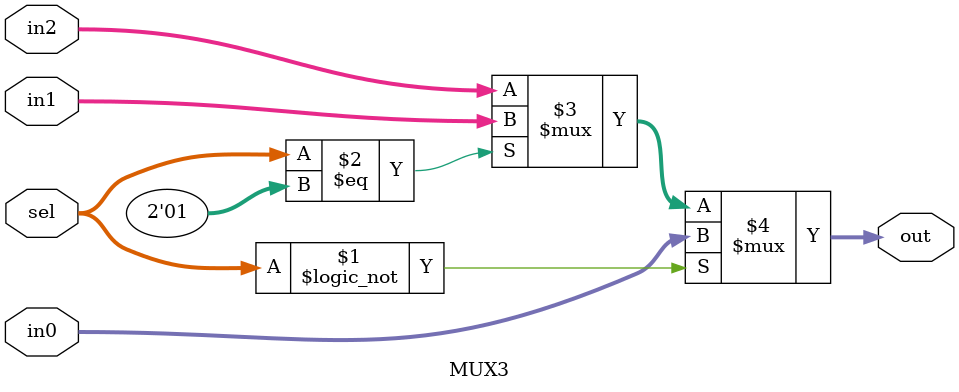
<source format=v>
`ifndef MODULE_MUX3
`define MODULE_MUX3
`timescale 1ns / 1ps

module MUX3(
    in0, in1, in2, sel, out
);

    parameter size = 32;
    input [size - 1:0] in0, in1, in2;
    input [1:0] sel;
    output [size - 1:0] out;
    assign out = (sel == 2'b0)? in0: (sel == 2'b1)? in1: in2;

endmodule
`endif
</source>
